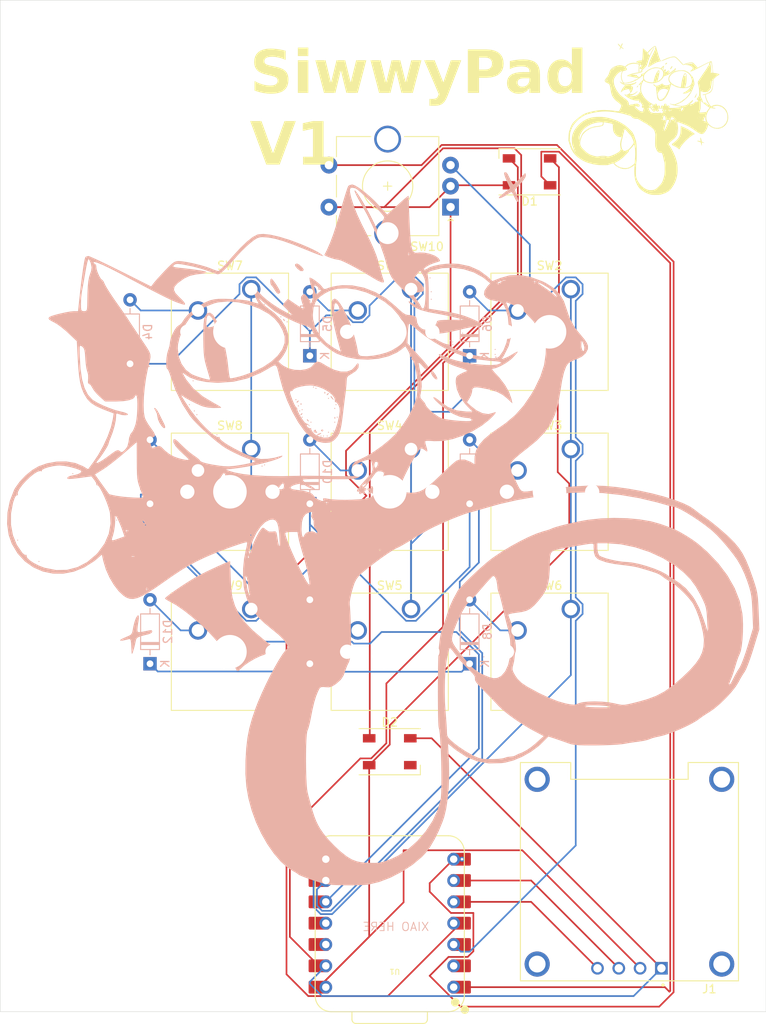
<source format=kicad_pcb>
(kicad_pcb (version 20240108) (generator "pcbnew") (generator_version "8.0")
  (layers (0 "F.Cu" signal) (31 "B.Cu" signal) (34 "B.Paste" user) (35 "F.Paste" user) (36 "B.SilkS" user "B.Silkscreen") (37 "F.SilkS" user "F.Silkscreen") (38 "B.Mask" user) (39 "F.Mask" user) (44 "Edge.Cuts" user))
  (net 0 "")
  (net 1 "Net-(D1-VDD)")
  (net 2 "GND")
  (net 3 "+5V")
  (net 4 "Net-(D1-VSS)")
  (net 6 "Net-(U1-GPIO2{slash}SCK)")
  (net 7 "Net-(U1-GPIO4{slash}MISO)")
  (net 8 "Net-(U1-GPIO1{slash}RX)")
  (net 11 "Net-(D5-A)")
  (net 12 "Net-(D6-A)")
  (net 13 "Net-(D7-A)")
  (net 14 "Net-(D10-A)")
  (net 15 "Net-(D9-A)")
  (net 16 "Net-(D8-A)")
  (net 17 "Net-(D10-K)")
  (net 19 "Net-(D12-K)")
  (net 20 "Net-(D4-K)")
  (net 21 "Net-(D4-A)")
  (net 22 "Net-(D11-A)")
  (net 23 "Net-(D12-A)")
  (net 24 "Net-(J1-Pin_3)")
  (net 25 "Net-(J1-Pin_4)")
  (net 26 "Net-(U1-GPIO0{slash}TX)")
  (net 27 "Net-(U1-GPIO29{slash}ADC3{slash}A3)")
  (net 28 "Net-(U1-GPIO28{slash}ADC2{slash}A2)")
  (footprint "Button_Switch_Keyboard:SW_Cherry_MX_1.00u_PCB" (layer "F.Cu") (at 166.84625 99.695)
    (property "Reference" "SW6" (at -2.54 -2.794 0) (layer "F.SilkS"))
    (property "Value" "SW_Push")
    (pad "" np_thru_hole circle (at -7.62 5.08) (size 1.7 1.7) (drill 1.7) (layers "*.Cu" "*.Mask"))
    (pad "" np_thru_hole circle (at -2.54 5.08) (size 4 4) (drill 4) (layers "*.Cu" "*.Mask"))
    (pad "" np_thru_hole circle (at 2.54 5.08) (size 1.7 1.7) (drill 1.7) (layers "*.Cu" "*.Mask"))
    (pad "1" thru_hole circle (at 0 0) (size 2.2 2.2) (drill 1.5) (layers "*.Cu" "*.Mask") (net 8 "Net-(U1-GPIO1{slash}RX)"))
    (pad "2" thru_hole circle (at -6.35 2.54) (size 2.2 2.2) (drill 1.5) (layers "*.Cu" "*.Mask") (net 16 "Net-(D8-A)"))
  )
  (footprint "LOGO" (layer "F.Cu") (at 176.2125 40.48125)
    (property "Reference" "G***" (at 0 0 0) (layer "F.SilkS") (effects (font (size 1.5 1.5) (thickness 0.3))))
    (property "Value" "LOGO" (hide yes))
  )
  (footprint "Button_Switch_Keyboard:SW_Cherry_MX_1.00u_PCB" (layer "F.Cu") (at 128.74625 61.595)
    (property "Reference" "SW7" (at -2.54 -2.794 0) (layer "F.SilkS"))
    (property "Value" "SW_Push")
    (pad "" np_thru_hole circle (at -7.62 5.08) (size 1.7 1.7) (drill 1.7) (layers "*.Cu" "*.Mask"))
    (pad "" np_thru_hole circle (at -2.54 5.08) (size 4 4) (drill 4) (layers "*.Cu" "*.Mask"))
    (pad "" np_thru_hole circle (at 2.54 5.08) (size 1.7 1.7) (drill 1.7) (layers "*.Cu" "*.Mask"))
    (pad "1" thru_hole circle (at 0 0) (size 2.2 2.2) (drill 1.5) (layers "*.Cu" "*.Mask") (net 7 "Net-(U1-GPIO4{slash}MISO)"))
    (pad "2" thru_hole circle (at -6.35 2.54) (size 2.2 2.2) (drill 1.5) (layers "*.Cu" "*.Mask") (net 21 "Net-(D4-A)"))
  )
  (footprint "Button_Switch_Keyboard:SW_Cherry_MX_1.00u_PCB" (layer "F.Cu") (at 166.84625 80.645)
    (property "Reference" "SW3" (at -2.54 -2.794 0) (layer "F.SilkS"))
    (property "Value" "SW_Push")
    (pad "" np_thru_hole circle (at -7.62 5.08) (size 1.7 1.7) (drill 1.7) (layers "*.Cu" "*.Mask"))
    (pad "" np_thru_hole circle (at -2.54 5.08) (size 4 4) (drill 4) (layers "*.Cu" "*.Mask"))
    (pad "" np_thru_hole circle (at 2.54 5.08) (size 1.7 1.7) (drill 1.7) (layers "*.Cu" "*.Mask"))
    (pad "1" thru_hole circle (at 0 0) (size 2.2 2.2) (drill 1.5) (layers "*.Cu" "*.Mask") (net 8 "Net-(U1-GPIO1{slash}RX)"))
    (pad "2" thru_hole circle (at -6.35 2.54) (size 2.2 2.2) (drill 1.5) (layers "*.Cu" "*.Mask") (net 13 "Net-(D7-A)"))
  )
  (footprint "Button_Switch_Keyboard:SW_Cherry_MX_1.00u_PCB" (layer "F.Cu") (at 128.74625 80.645)
    (property "Reference" "SW8" (at -2.54 -2.794 0) (layer "F.SilkS"))
    (property "Value" "SW_Push")
    (pad "" np_thru_hole circle (at -7.62 5.08) (size 1.7 1.7) (drill 1.7) (layers "*.Cu" "*.Mask"))
    (pad "" np_thru_hole circle (at -2.54 5.08) (size 4 4) (drill 4) (layers "*.Cu" "*.Mask"))
    (pad "" np_thru_hole circle (at 2.54 5.08) (size 1.7 1.7) (drill 1.7) (layers "*.Cu" "*.Mask"))
    (pad "1" thru_hole circle (at 0 0) (size 2.2 2.2) (drill 1.5) (layers "*.Cu" "*.Mask") (net 7 "Net-(U1-GPIO4{slash}MISO)"))
    (pad "2" thru_hole circle (at -6.35 2.54) (size 2.2 2.2) (drill 1.5) (layers "*.Cu" "*.Mask") (net 22 "Net-(D11-A)"))
  )
  (footprint "Button_Switch_Keyboard:SW_Cherry_MX_1.00u_PCB" (layer "F.Cu") (at 166.84625 61.595)
    (property "Reference" "SW2" (at -2.54 -2.794 0) (layer "F.SilkS"))
    (property "Value" "SW_Push")
    (pad "" np_thru_hole circle (at -7.62 5.08) (size 1.7 1.7) (drill 1.7) (layers "*.Cu" "*.Mask"))
    (pad "" np_thru_hole circle (at -2.54 5.08) (size 4 4) (drill 4) (layers "*.Cu" "*.Mask"))
    (pad "" np_thru_hole circle (at 2.54 5.08) (size 1.7 1.7) (drill 1.7) (layers "*.Cu" "*.Mask"))
    (pad "1" thru_hole circle (at 0 0) (size 2.2 2.2) (drill 1.5) (layers "*.Cu" "*.Mask") (net 8 "Net-(U1-GPIO1{slash}RX)"))
    (pad "2" thru_hole circle (at -6.35 2.54) (size 2.2 2.2) (drill 1.5) (layers "*.Cu" "*.Mask") (net 12 "Net-(D6-A)"))
  )
  (footprint "OLED:MODULE_DM-OLED096-636" (layer "F.Cu") (at 173.83125 130.96875 180)
    (property "Reference" "J1" (at -9.525 -13.97 180) (layer "F.SilkS"))
    (property "Value" "Conn_01x04_Pin")
    (pad "1" thru_hole rect (at -3.81 -11.5 180) (size 1.508 1.508) (drill 1) (layers "*.Cu" "*.Mask") (net 2 "GND"))
    (pad "2" thru_hole circle (at -1.27 -11.5 180) (size 1.508 1.508) (drill 1) (layers "*.Cu" "*.Mask") (net 3 "+5V"))
    (pad "3" thru_hole circle (at 1.27 -11.5 180) (size 1.508 1.508) (drill 1) (layers "*.Cu" "*.Mask") (net 24 "Net-(J1-Pin_3)"))
    (pad "4" thru_hole circle (at 3.81 -11.5 180) (size 1.508 1.508) (drill 1) (layers "*.Cu" "*.Mask") (net 25 "Net-(J1-Pin_4)"))
    (pad "S1" thru_hole circle (at -11 -11 180) (size 3 3) (drill 2) (layers "*.Cu" "*.Mask"))
    (pad "S2" thru_hole circle (at 11 -11 180) (size 3 3) (drill 2) (layers "*.Cu" "*.Mask"))
    (pad "S3" thru_hole circle (at 11 11 180) (size 3 3) (drill 2) (layers "*.Cu" "*.Mask"))
    (pad "S4" thru_hole circle (at -11 11 180) (size 3 3) (drill 2) (layers "*.Cu" "*.Mask"))
  )
  (footprint "Button_Switch_Keyboard:SW_Cherry_MX_1.00u_PCB" (layer "F.Cu") (at 128.74625 99.695)
    (property "Reference" "SW9" (at -2.54 -2.794 0) (layer "F.SilkS"))
    (property "Value" "SW_Push")
    (pad "" np_thru_hole circle (at -7.62 5.08) (size 1.7 1.7) (drill 1.7) (layers "*.Cu" "*.Mask"))
    (pad "" np_thru_hole circle (at -2.54 5.08) (size 4 4) (drill 4) (layers "*.Cu" "*.Mask"))
    (pad "" np_thru_hole circle (at 2.54 5.08) (size 1.7 1.7) (drill 1.7) (layers "*.Cu" "*.Mask"))
    (pad "1" thru_hole circle (at 0 0) (size 2.2 2.2) (drill 1.5) (layers "*.Cu" "*.Mask") (net 7 "Net-(U1-GPIO4{slash}MISO)"))
    (pad "2" thru_hole circle (at -6.35 2.54) (size 2.2 2.2) (drill 1.5) (layers "*.Cu" "*.Mask") (net 23 "Net-(D12-A)"))
  )
  (footprint "LED_SMD:LED_SK6812_PLCC4_5.0x5.0mm_P3.2mm" (layer "F.Cu") (at 161.925 47.625 180)
    (property "Reference" "D1" (at 0 -3.5 0) (layer "F.SilkS"))
    (property "Value" "SK6812" (hide yes))
    (pad "1" smd rect (at 2.45 1.6 180) (size 1.5 1) (layers "F.Cu" "F.Paste" "F.Mask") (net 4 "Net-(D1-VSS)"))
    (pad "2" smd rect (at 2.45 -1.6 180) (size 1.5 1) (layers "F.Cu" "F.Paste" "F.Mask") (net 2 "GND"))
    (pad "3" smd rect (at -2.45 -1.6 180) (size 1.5 1) (layers "F.Cu" "F.Paste" "F.Mask") (net 1 "Net-(D1-VDD)"))
    (pad "4" smd rect (at -2.45 1.6 180) (size 1.5 1) (layers "F.Cu" "F.Paste" "F.Mask") (net 3 "+5V"))
  )
  (footprint "Button_Switch_Keyboard:SW_Cherry_MX_1.00u_PCB" (layer "F.Cu") (at 147.79625 61.595)
    (property "Reference" "SW1" (at -2.54 -2.794 0) (layer "F.SilkS"))
    (property "Value" "SW_Push")
    (pad "" np_thru_hole circle (at -7.62 5.08) (size 1.7 1.7) (drill 1.7) (layers "*.Cu" "*.Mask"))
    (pad "" np_thru_hole circle (at -2.54 5.08) (size 4 4) (drill 4) (layers "*.Cu" "*.Mask"))
    (pad "" np_thru_hole circle (at 2.54 5.08) (size 1.7 1.7) (drill 1.7) (layers "*.Cu" "*.Mask"))
    (pad "1" thru_hole circle (at 0 0) (size 2.2 2.2) (drill 1.5) (layers "*.Cu" "*.Mask") (net 6 "Net-(U1-GPIO2{slash}SCK)"))
    (pad "2" thru_hole circle (at -6.35 2.54) (size 2.2 2.2) (drill 1.5) (layers "*.Cu" "*.Mask") (net 11 "Net-(D5-A)"))
  )
  (footprint "Seeed Studio XIAO Series Library:XIAO-RP2040-DIP" (layer "F.Cu") (at 145.25625 137.1 180)
    (property "Reference" "U1" (at -0.59375 -5.775 180) (layer "F.SilkS") (effects (font (size 0.635 0.635) (thickness 0.1016))))
    (property "Value" "XIAO-RP2040-DIP")
    (pad "1" smd roundrect (at -8.455 -7.62) (size 2.432 1.524) (layers "F.Cu" "F.Mask") (roundrect_rratio 0.1) (net 1 "Net-(D1-VDD)"))
    (pad "1" thru_hole circle (at -7.62 -7.62) (size 1.524 1.524) (drill 0.889) (layers "*.Cu" "*.Mask") (net 1 "Net-(D1-VDD)"))
    (pad "2" smd roundrect (at -8.455 -5.08) (size 2.432 1.524) (layers "F.Cu" "F.Mask") (roundrect_rratio 0.1))
    (pad "2" thru_hole circle (at -7.62 -5.08) (size 1.524 1.524) (drill 0.889) (layers "*.Cu" "*.Mask"))
    (pad "3" smd roundrect (at -8.455 -2.54) (size 2.432 1.524) (layers "F.Cu" "F.Mask") (roundrect_rratio 0.1) (net 28 "Net-(U1-GPIO28{slash}ADC2{slash}A2)"))
    (pad "3" thru_hole circle (at -7.62 -2.54) (size 1.524 1.524) (drill 0.889) (layers "*.Cu" "*.Mask") (net 28 "Net-(U1-GPIO28{slash}ADC2{slash}A2)"))
    (pad "4" smd roundrect (at -8.455 0) (size 2.432 1.524) (layers "F.Cu" "F.Mask") (roundrect_rratio 0.1) (net 27 "Net-(U1-GPIO29{slash}ADC3{slash}A3)"))
    (pad "4" thru_hole circle (at -7.62 0) (size 1.524 1.524) (drill 0.889) (layers "*.Cu" "*.Mask") (net 27 "Net-(U1-GPIO29{slash}ADC3{slash}A3)"))
    (pad "5" smd roundrect (at -8.455 2.54) (size 2.432 1.524) (layers "F.Cu" "F.Mask") (roundrect_rratio 0.1) (net 25 "Net-(J1-Pin_4)"))
    (pad "5" thru_hole circle (at -7.62 2.54) (size 1.524 1.524) (drill 0.889) (layers "*.Cu" "*.Mask") (net 25 "Net-(J1-Pin_4)"))
    (pad "6" smd roundrect (at -8.455 5.08) (size 2.432 1.524) (layers "F.Cu" "F.Mask") (roundrect_rratio 0.1) (net 24 "Net-(J1-Pin_3)"))
    (pad "6" thru_hole circle (at -7.62 5.08) (size 1.524 1.524) (drill 0.889) (layers "*.Cu" "*.Mask") (net 24 "Net-(J1-Pin_3)"))
    (pad "7" smd roundrect (at -8.455 7.62) (size 2.432 1.524) (layers "F.Cu" "F.Mask") (roundrect_rratio 0.1) (net 26 "Net-(U1-GPIO0{slash}TX)"))
    (pad "7" thru_hole circle (at -7.62 7.62) (size 1.524 1.524) (drill 0.889) (layers "*.Cu" "*.Mask") (net 26 "Net-(U1-GPIO0{slash}TX)"))
    (pad "8" thru_hole circle (at 7.62 7.62 180) (size 1.524 1.524) (drill 0.889) (layers "*.Cu" "*.Mask") (net 8 "Net-(U1-GPIO1{slash}RX)"))
    (pad "8" smd roundrect (at 8.455 7.62 180) (size 2.432 1.524) (layers "F.Cu" "F.Mask") (roundrect_rratio 0.1) (net 8 "Net-(U1-GPIO1{slash}RX)"))
    (pad "9" thru_hole circle (at 7.62 5.08 180) (size 1.524 1.524) (drill 0.889) (layers "*.Cu" "*.Mask") (net 6 "Net-(U1-GPIO2{slash}SCK)"))
    (pad "9" smd roundrect (at 8.455 5.08 180) (size 2.432 1.524) (layers "F.Cu" "F.Mask") (roundrect_rratio 0.1) (net 6 "Net-(U1-GPIO2{slash}SCK)"))
    (pad "10" thru_hole circle (at 7.62 2.54 180) (size 1.524 1.524) (drill 0.889) (layers "*.Cu" "*.Mask") (net 7 "Net-(U1-GPIO4{slash}MISO)"))
    (pad "10" smd roundrect (at 8.455 2.54 180) (size 2.432 1.524) (layers "F.Cu" "F.Mask") (roundrect_rratio 0.1) (net 7 "Net-(U1-GPIO4{slash}MISO)"))
    (pad "11" thru_hole circle (at 7.62 0 180) (size 1.524 1.524) (drill 0.889) (layers "*.Cu" "*.Mask"))
    (pad "11" smd roundrect (at 8.455 0 180) (size 2.432 1.524) (layers "F.Cu" "F.Mask") (roundrect_rratio 0.1))
    (pad "12" thru_hole circle (at 7.62 -2.54 180) (size 1.524 1.524) (drill 0.889) (layers "*.Cu" "*.Mask"))
    (pad "12" smd roundrect (at 8.455 -2.54 180) (size 2.432 1.524) (layers "F.Cu" "F.Mask") (roundrect_rratio 0.1))
    (pad "13" thru_hole circle (at 7.62 -5.08 180) (size 1.524 1.524) (drill 0.889) (layers "*.Cu" "*.Mask") (net 2 "GND"))
    (pad "13" smd roundrect (at 8.455 -5.08 180) (size 2.432 1.524) (layers "F.Cu" "F.Mask") (roundrect_rratio 0.1) (net 2 "GND"))
    (pad "14" thru_hole circle (at 7.62 -7.62 180) (size 1.524 1.524) (drill 0.889) (layers "*.Cu" "*.Mask") (net 3 "+5V"))
    (pad "14" smd roundrect (at 8.455 -7.62 180) (size 2.432 1.524) (layers "F.Cu" "F.Mask") (roundrect_rratio 0.1) (net 3 "+5V"))
  )
  (footprint "Button_Switch_Keyboard:SW_Cherry_MX_1.00u_PCB" (layer "F.Cu") (at 147.79625 80.645)
    (property "Reference" "SW4" (at -2.54 -2.794 0) (layer "F.SilkS"))
    (property "Value" "SW_Push")
    (pad "" np_thru_hole circle (at -7.62 5.08) (size 1.7 1.7) (drill 1.7) (layers "*.Cu" "*.Mask"))
    (pad "" np_thru_hole circle (at -2.54 5.08) (size 4 4) (drill 4) (layers "*.Cu" "*.Mask"))
    (pad "" np_thru_hole circle (at 2.54 5.08) (size 1.7 1.7) (drill 1.7) (layers "*.Cu" "*.Mask"))
    (pad "1" thru_hole circle (at 0 0) (size 2.2 2.2) (drill 1.5) (layers "*.Cu" "*.Mask") (net 6 "Net-(U1-GPIO2{slash}SCK)"))
    (pad "2" thru_hole circle (at -6.35 2.54) (size 2.2 2.2) (drill 1.5) (layers "*.Cu" "*.Mask") (net 14 "Net-(D10-A)"))
  )
  (footprint "LED_SMD:LED_SK6812_PLCC4_5.0x5.0mm_P3.2mm" (layer "F.Cu") (at 145.25625 116.68125)
    (property "Reference" "D2" (at 0 -3.5 0) (layer "F.SilkS"))
    (property "Value" "SK6812")
    (pad "1" smd rect (at 2.45 1.6) (size 1.5 1) (layers "F.Cu" "F.Paste" "F.Mask"))
    (pad "2" smd rect (at 2.45 -1.6) (size 1.5 1) (layers "F.Cu" "F.Paste" "F.Mask") (net 2 "GND"))
    (pad "3" smd rect (at -2.45 -1.6) (size 1.5 1) (layers "F.Cu" "F.Paste" "F.Mask") (net 4 "Net-(D1-VSS)"))
    (pad "4" smd rect (at -2.45 1.6) (size 1.5 1) (layers "F.Cu" "F.Paste" "F.Mask") (net 3 "+5V"))
  )
  (footprint "Rotary_Encoder:RotaryEncoder_Alps_EC11E-Switch_Vertical_H20mm_CircularMountingHoles" (layer "F.Cu") (at 152.50625 51.827354 180)
    (property "Reference" "SW10" (at 2.8 -4.7 0) (layer "F.SilkS"))
    (property "Value" "RotaryEncoder_Switch")
    (pad "A" thru_hole rect (at 0 0 180) (size 2 2) (drill 1) (layers "*.Cu" "*.Mask") (net 27 "Net-(U1-GPIO29{slash}ADC3{slash}A3)"))
    (pad "B" thru_hole circle (at 0 5 180) (size 2 2) (drill 1) (layers "*.Cu" "*.Mask") (net 28 "Net-(U1-GPIO28{slash}ADC2{slash}A2)"))
    (pad "C" thru_hole circle (at 0 2.5 180) (size 2 2) (drill 1) (layers "*.Cu" "*.Mask") (net 2 "GND"))
    (pad "MP" thru_hole circle (at 7.5 -3.1 180) (size 3.2 3.2) (drill 2.6) (layers "*.Cu" "*.Mask"))
    (pad "MP" thru_hole circle (at 7.5 8.1 180) (size 3.2 3.2) (drill 2.6) (layers "*.Cu" "*.Mask"))
    (pad "S1" thru_hole circle (at 14.5 5 180) (size 2 2) (drill 1) (layers "*.Cu" "*.Mask") (net 26 "Net-(U1-GPIO0{slash}TX)"))
    (pad "S2" thru_hole circle (at 14.5 0 180) (size 2 2) (drill 1) (layers "*.Cu" "*.Mask") (net 2 "GND"))
  )
  (footprint "Button_Switch_Keyboard:SW_Cherry_MX_1.00u_PCB" (layer "F.Cu") (at 147.79625 99.695)
    (property "Reference" "SW5" (at -2.54 -2.794 0) (layer "F.SilkS"))
    (property "Value" "SW_Push")
    (pad "" np_thru_hole circle (at -7.62 5.08) (size 1.7 1.7) (drill 1.7) (layers "*.Cu" "*.Mask"))
    (pad "" np_thru_hole circle (at -2.54 5.08) (size 4 4) (drill 4) (layers "*.Cu" "*.Mask"))
    (pad "" np_thru_hole circle (at 2.54 5.08) (size 1.7 1.7) (drill 1.7) (layers "*.Cu" "*.Mask"))
    (pad "1" thru_hole circle (at 0 0) (size 2.2 2.2) (drill 1.5) (layers "*.Cu" "*.Mask") (net 6 "Net-(U1-GPIO2{slash}SCK)"))
    (pad "2" thru_hole circle (at -6.35 2.54) (size 2.2 2.2) (drill 1.5) (layers "*.Cu" "*.Mask") (net 15 "Net-(D9-A)"))
  )
  (footprint "Diode_THT:D_DO-35_SOD27_P7.62mm_Horizontal" (layer "B.Cu") (at 154.78125 69.5325 90)
    (property "Reference" "D6" (at 3.81 2.12 90) (layer "B.SilkS") (effects (justify mirror)))
    (property "Value" "D")
    (fp_text user "K" (at 0 1.8 90) (layer "B.SilkS") (effects (justify mirror)))
    (pad "1" thru_hole rect (at 0 0 90) (size 1.6 1.6) (drill 0.8) (layers "*.Cu" "*.Mask") (net 20 "Net-(D4-K)"))
    (pad "2" thru_hole oval (at 7.62 0 90) (size 1.6 1.6) (drill 0.8) (layers "*.Cu" "*.Mask") (net 12 "Net-(D6-A)"))
  )
  (footprint "Diode_THT:D_DO-35_SOD27_P7.62mm_Horizontal" (layer "B.Cu") (at 116.68125 87.15375 90)
    (property "Reference" "D11" (at 3.81 2.12 90) (layer "B.SilkS") (effects (justify mirror)))
    (property "Value" "D")
    (fp_text user "K" (at 0 1.8 90) (layer "B.SilkS") (effects (justify mirror)))
    (pad "1" thru_hole rect (at 0 0 90) (size 1.6 1.6) (drill 0.8) (layers "*.Cu" "*.Mask") (net 17 "Net-(D10-K)"))
    (pad "2" thru_hole oval (at 7.62 0 90) (size 1.6 1.6) (drill 0.8) (layers "*.Cu" "*.Mask") (net 22 "Net-(D11-A)"))
  )
  (footprint "Diode_THT:D_DO-35_SOD27_P7.62mm_Horizontal" (layer "B.Cu") (at 135.73125 69.5325 90)
    (property "Reference" "D5" (at 3.81 2.12 90) (layer "B.SilkS") (effects (justify mirror)))
    (property "Value" "D")
    (fp_text user "K" (at 0 1.8 90) (layer "B.SilkS") (effects (justify mirror)))
    (pad "1" thru_hole rect (at 0 0 90) (size 1.6 1.6) (drill 0.8) (layers "*.Cu" "*.Mask") (net 20 "Net-(D4-K)"))
    (pad "2" thru_hole oval (at 7.62 0 90) (size 1.6 1.6) (drill 0.8) (layers "*.Cu" "*.Mask") (net 11 "Net-(D5-A)"))
  )
  (footprint "Diode_THT:D_DO-35_SOD27_P7.62mm_Horizontal" (layer "B.Cu") (at 135.73125 87.15375 90)
    (property "Reference" "D10" (at 3.81 2.12 90) (layer "B.SilkS") (effects (justify mirror)))
    (property "Value" "D")
    (fp_text user "K" (at 0 1.8 90) (layer "B.SilkS") (effects (justify mirror)))
    (pad "1" thru_hole rect (at 0 0 90) (size 1.6 1.6) (drill 0.8) (layers "*.Cu" "*.Mask") (net 17 "Net-(D10-K)"))
    (pad "2" thru_hole oval (at 7.62 0 90) (size 1.6 1.6) (drill 0.8) (layers "*.Cu" "*.Mask") (net 14 "Net-(D10-A)"))
  )
  (footprint "LOGO" (layer "B.Cu") (at 143.855908 86.03284 180)
    (property "Reference" "G***" (at 0 0 0) (layer "B.SilkS") (effects (font (size 1.5 1.5) (thickness 0.3)) (justify mirror)))
    (property "Value" "LOGO" (hide yes))
  )
  (footprint "Diode_THT:D_DO-35_SOD27_P7.62mm_Horizontal" (layer "B.Cu") (at 135.73125 106.20375 90)
    (property "Reference" "D9" (at 3.81 2.12 90) (layer "B.SilkS") (effects (justify mirror)))
    (property "Value" "D")
    (fp_text user "K" (at 0 1.8 90) (layer "B.SilkS") (effects (justify mirror)))
    (pad "1" thru_hole rect (at 0 0 90) (size 1.6 1.6) (drill 0.8) (layers "*.Cu" "*.Mask") (net 19 "Net-(D12-K)"))
    (pad "2" thru_hole oval (at 7.62 0 90) (size 1.6 1.6) (drill 0.8) (layers "*.Cu" "*.Mask") (net 15 "Net-(D9-A)"))
  )
  (footprint "Diode_THT:D_DO-35_SOD27_P7.62mm_Horizontal" (layer "B.Cu") (at 114.3 70.485 90)
    (property "Reference" "D4" (at 3.81 2.12 90) (layer "B.SilkS") (effects (justify mirror)))
    (property "Value" "D")
    (fp_text user "K" (at 0 1.8 90) (layer "B.SilkS") (effects (justify mirror)))
    (pad "1" thru_hole rect (at 0 0 90) (size 1.6 1.6) (drill 0.8) (layers "*.Cu" "*.Mask") (net 20 "Net-(D4-K)"))
    (pad "2" thru_hole oval (at 7.62 0 90) (size 1.6 1.6) (drill 0.8) (layers "*.Cu" "*.Mask") (net 21 "Net-(D4-A)"))
  )
  (footprint "Diode_THT:D_DO-35_SOD27_P7.62mm_Horizontal" (layer "B.Cu") (at 154.78125 87.15375 90)
    (property "Reference" "D7" (at 3.81 2.12 90) (layer "B.SilkS") (effects (justify mirror)))
    (property "Value" "D")
    (fp_text user "K" (at 0 1.8 90) (layer "B.SilkS") (effects (justify mirror)))
    (pad "1" thru_hole rect (at 0 0 90) (size 1.6 1.6) (drill 0.8) (layers "*.Cu" "*.Mask") (net 17 "Net-(D10-K)"))
    (pad "2" thru_hole oval (at 7.62 0 90) (size 1.6 1.6) (drill 0.8) (layers "*.Cu" "*.Mask") (net 13 "Net-(D7-A)"))
  )
  (footprint "Diode_THT:D_DO-35_SOD27_P7.62mm_Horizontal" (layer "B.Cu") (at 116.68125 106.20375 90)
    (property "Reference" "D12" (at 3.81 2.12 90) (layer "B.SilkS") (effects (justify mirror)))
    (property "Value" "D")
    (fp_text user "K" (at 0 1.8 90) (layer "B.SilkS") (effects (justify mirror)))
    (pad "1" thru_hole rect (at 0 0 90) (size 1.6 1.6) (drill 0.8) (layers "*.Cu" "*.Mask") (net 19 "Net-(D12-K)"))
    (pad "2" thru_hole oval (at 7.62 0 90) (size 1.6 1.6) (drill 0.8) (layers "*.Cu" "*.Mask") (net 23 "Net-(D12-A)"))
  )
  (footprint "Diode_THT:D_DO-35_SOD27_P7.62mm_Horizontal" (layer "B.Cu") (at 154.78125 106.20375 90)
    (property "Reference" "D8" (at 3.81 2.12 90) (layer "B.SilkS") (effects (justify mirror)))
    (property "Value" "D")
    (fp_text user "K" (at 0 1.8 90) (layer "B.SilkS") (effects (justify mirror)))
    (pad "1" thru_hole rect (at 0 0 90) (size 1.6 1.6) (drill 0.8) (layers "*.Cu" "*.Mask") (net 19 "Net-(D12-K)"))
    (pad "2" thru_hole oval (at 7.62 0 90) (size 1.6 1.6) (drill 0.8) (layers "*.Cu" "*.Mask") (net 16 "Net-(D8-A)"))
  )
  (gr_rect (start 98.821875 27.1875) (end 190.109375 147.6375) (stroke (width 0.05)) (fill none) (layer "Edge.Cuts"))
  (gr_text "XIAO HERE\n" (at 150.01875 138.1125 0) (layer "B.SilkS") (effects (font (size 1 1) (thickness 0.1)) (justify left bottom mirror)))
  (gr_text "SiwwyPad\nV1" (at 128.5875 47.625 0) (layer "F.SilkS") (effects (font (size 5.08 5.08) (thickness 0.2) (bold yes)) (justify left bottom)))
  (segment (start 165.425 45.225) (end 178.69525 58.49525) (width 0.2) (layer "F.Cu") (net 1))
  (segment (start 163.325 45.225) (end 165.425 45.225) (width 0.2) (layer "F.Cu") (net 1))
  (segment (start 164.375 49.225) (end 163.325 48.175) (width 0.2) (layer "F.Cu") (net 1))
  (segment (start 178.69525 58.49525) (end 178.69525 145.15475) (width 0.2) (layer "F.Cu") (net 1))
  (segment (start 163.325 48.175) (end 163.325 45.225) (width 0.2) (layer "F.Cu") (net 1))
  (segment (start 178.0575 144.72) (end 153.71125 144.72) (width 0.2) (layer "F.Cu") (net 1))
  (segment (start 178.69525 145.15475) (end 178.59375 145.25625) (width 0.2) (layer "F.Cu") (net 1))
  (segment (start 178.59375 145.25625) (end 178.0575 144.72) (width 0.2) (layer "F.Cu") (net 1))
  (segment (start 138.00625 51.827354) (end 144.610958 51.827354) (width 0.2) (layer "F.Cu") (net 2))
  (segment (start 150.00625 51.827354) (end 138.00625 51.827354) (width 0.2) (layer "F.Cu") (net 2))
  (segment (start 141.75625 117.48125) (end 133.35 125.8875) (width 0.2) (layer "F.Cu") (net 2))
  (segment (start 144.85625 115.665564) (end 143.040564 117.48125) (width 0.2) (layer "F.Cu") (net 2))
  (segment (start 147.70625 115.08125) (end 150.25375 115.08125) (width 0.2) (layer "F.Cu") (net 2))
  (segment (start 152.50625 49.327354) (end 150.00625 51.827354) (width 0.2) (layer "F.Cu") (net 2))
  (segment (start 151.613312 101.800882) (end 144.85625 108.557944) (width 0.2) (layer "F.Cu") (net 2))
  (segment (start 151.613312 44.825) (end 160.125 44.825) (width 0.2) (layer "F.Cu") (net 2))
  (segment (start 150.25375 115.08125) (end 177.64125 142.46875) (width 0.2) (layer "F.Cu") (net 2))
  (segment (start 152.608604 49.225) (end 152.50625 49.327354) (width 0.2) (layer "F.Cu") (net 2))
  (segment (start 133.35 125.8875) (end 133.35 138.72875) (width 0.2) (layer "F.Cu") (net 2))
  (segment (start 159.475 49.225) (end 152.608604 49.225) (width 0.2) (layer "F.Cu") (net 2))
  (segment (start 144.85625 108.557944) (end 144.85625 115.665564) (width 0.2) (layer "F.Cu") (net 2))
  (segment (start 133.35 138.72875) (end 136.80125 142.18) (width 0.2) (layer "F.Cu") (net 2))
  (segment (start 160.125 44.825) (end 160.925 45.625) (width 0.2) (layer "F.Cu") (net 2))
  (segment (start 160.925 61.096936) (end 151.613312 70.408624) (width 0.2) (layer "F.Cu") (net 2))
  (segment (start 160.925 45.625) (end 160.925 61.096936) (width 0.2) (layer "F.Cu") (net 2))
  (segment (start 144.610958 51.827354) (end 151.613312 44.825) (width 0.2) (layer "F.Cu") (net 2))
  (segment (start 151.613312 70.408624) (end 151.613312 101.800882) (width 0.2) (layer "F.Cu") (net 2))
  (segment (start 143.040564 117.48125) (end 141.75625 117.48125) (width 0.2) (layer "F.Cu") (net 2))
  (segment (start 177.64125 142.46875) (end 174.328 145.782) (width 0.2) (layer "B.Cu") (net 2))
  (segment (start 174.328 145.782) (end 137.196355 145.782) (width 0.2) (layer "B.Cu") (net 2))
  (segment (start 135.73125 144.085) (end 137.63625 142.18) (width 0.2) (layer "B.Cu") (net 2))
  (segment (start 135.73125 144.316895) (end 135.73125 144.085) (width 0.2) (layer "B.Cu") (net 2))
  (segment (start 137.196355 145.782) (end 135.73125 144.316895) (width 0.2) (layer "B.Cu") (net 2))
  (segment (start 145.25625 115.83125) (end 142.80625 118.28125) (width 0.2) (layer "F.Cu") (net 3))
  (segment (start 142.80625 118.28125) (end 142.80625 138.715) (width 0.2) (layer "F.Cu") (net 3))
  (segment (start 166.65625 84.751598) (end 166.65625 92.12875) (width 0.2) (layer "F.Cu") (net 3))
  (segment (start 165.279652 69.025) (end 165.279652 83.375) (width 0.2) (layer "F.Cu") (net 3))
  (segment (start 145.25625 113.52875) (end 145.25625 115.83125) (width 0.2) (layer "F.Cu") (net 3))
  (segment (start 165.279652 83.375) (end 166.65625 84.751598) (width 0.2) (layer "F.Cu") (net 3))
  (segment (start 164.375 46.025) (end 165.425 47.075) (width 0.2) (layer "F.Cu") (net 3))
  (segment (start 146.908114 128.418) (end 146.908114 134.613136) (width 0.2) (layer "F.Cu") (net 3))
  (segment (start 165.425 64.470348) (end 166.65625 65.701598) (width 0.2) (layer "F.Cu") (net 3))
  (segment (start 175.10125 142.46875) (end 161.0505 128.418) (width 0.2) (layer "F.Cu") (net 3))
  (segment (start 166.65625 92.12875) (end 145.25625 113.52875) (width 0.2) (layer "F.Cu") (net 3))
  (segment (start 166.65625 65.701598) (end 166.65625 67.648402) (width 0.2) (layer "F.Cu") (net 3))
  (segment (start 161.0505 128.418) (end 146.908114 128.418) (width 0.2) (layer "F.Cu") (net 3))
  (segment (start 142.80625 138.715) (end 136.80125 144.72) (width 0.2) (layer "F.Cu") (net 3))
  (segment (start 146.908114 134.613136) (end 136.80125 144.72) (width 0.2) (layer "F.Cu") (net 3))
  (segment (start 165.425 47.075) (end 165.425 64.470348) (width 0.2) (layer "F.Cu") (net 3))
  (segment (start 166.65625 67.648402) (end 165.279652 69.025) (width 0.2) (layer "F.Cu") (net 3))
  (segment (start 160.525 47.075) (end 160.525 60.93125) (width 0.2) (layer "F.Cu") (net 4))
  (segment (start 142.875 78.58125) (end 142.875 115.0125) (width 0.2) (layer "F.Cu") (net 4))
  (segment (start 160.525 60.93125) (end 142.875 78.58125) (width 0.2) (layer "F.Cu") (net 4))
  (segment (start 159.475 46.025) (end 160.525 47.075) (width 0.2) (layer "F.Cu") (net 4))
  (segment (start 142.875 115.0125) (end 142.80625 115.08125) (width 0.2) (layer "F.Cu") (net 4))
  (segment (start 155.88125 94.155585) (end 153.6025 96.434335) (width 0.2) (layer "B.Cu") (net 6))
  (segment (start 136.57425 134.999895) (end 136.57425 133.082) (width 0.2) (layer "B.Cu") (net 6))
  (segment (start 147.79625 99.695) (end 147.79625 80.645) (width 0.2) (layer "B.Cu") (net 6))
  (segment (start 147.79625 61.595) (end 147.79625 99.695) (width 0.2) (layer "B.Cu") (net 6))
  (segment (start 153.6025 96.434335) (end 153.6025 102.259315) (width 0.2) (layer "B.Cu") (net 6))
  (segment (start 147.79625 99.695) (end 147.79625 91.93875) (width 0.2) (layer "B.Cu") (net 6))
  (segment (start 147.79625 91.93875) (end 153.68125 86.05375) (width 0.2) (layer "B.Cu") (net 6))
  (segment (start 156.28125 117.5625) (end 138.22175 135.622) (width 0.2) (layer "B.Cu") (net 6))
  (segment (start 155.88125 86.05375) (end 155.88125 94.155585) (width 0.2) (layer "B.Cu") (net 6))
  (segment (start 147.79625 61.595) (end 147.79625 80.645) (width 0.2) (layer "B.Cu") (net 6))
  (segment (start 136.57425 133.082) (end 137.63625 132.02) (width 0.2) (layer "B.Cu") (net 6))
  (segment (start 153.6025 102.259315) (end 156.28125 104.938064) (width 0.2) (layer "B.Cu") (net 6))
  (segment (start 138.22175 135.622) (end 137.196355 135.622) (width 0.2) (layer "B.Cu") (net 6))
  (segment (start 153.68125 86.05375) (end 155.88125 86.05375) (width 0.2) (layer "B.Cu") (net 6))
  (segment (start 156.28125 104.938064) (end 156.28125 117.5625) (width 0.2) (layer "B.Cu") (net 6))
  (segment (start 137.196355 135.622) (end 136.57425 134.999895) (width 0.2) (layer "B.Cu") (net 6))
  (segment (start 140.732848 103.575) (end 140.959446 103.801598) (width 0.2) (layer "B.Cu") (net 7))
  (segment (start 128.74625 99.695) (end 128.74625 80.645) (width 0.2) (layer "B.Cu") (net 7))
  (segment (start 140.959446 103.801598) (end 142.90625 103.801598) (width 0.2) (layer "B.Cu") (net 7))
  (segment (start 142.90625 103.801598) (end 144.282848 102.425) (width 0.2) (layer "B.Cu") (net 7))
  (segment (start 144.282848 102.425) (end 153.2025 102.425) (width 0.2) (layer "B.Cu") (net 7))
  (segment (start 128.74625 97.01875) (end 117.78125 86.05375) (width 0.2) (layer "B.Cu") (net 7))
  (segment (start 117.78125 86.05375) (end 115.58125 86.05375) (width 0.2) (layer "B.Cu") (net 7))
  (segment (start 155.88125 116.315) (end 137.63625 134.56) (width 0.2) (layer "B.Cu") (net 7))
  (segment (start 153.2025 102.425) (end 155.88125 105.10375) (width 0.2) (layer "B.Cu") (net 7))
  (segment (start 128.74625 99.695) (end 128.74625 97.01875) (width 0.2) (layer "B.Cu") (net 7))
  (segment (start 115.58125 86.05375) (end 115.58125 89.075584) (width 0.2) (layer "B.Cu") (net 7))
  (segment (start 128.74625 61.595) (end 128.74625 80.645) (width 0.2) (layer "B.Cu") (net 7))
  (segment (start 115.58125 89.075584) (end 130.080666 103.575) (width 0.2) (layer "B.Cu") (net 7))
  (segment (start 130.080666 103.575) (end 140.732848 103.575) (width 0.2) (layer "B.Cu") (net 7))
  (segment (start 155.88125 105.10375) (end 155.88125 116.315) (width 0.2) (layer "B.Cu") (net 7))
  (segment (start 138.387436 136.022) (end 137.030669 136.022) (width 0.2) (layer "B.Cu") (net 8))
  (segment (start 166.84625 80.645) (end 166.84625 99.695) (width 0.2) (layer "B.Cu") (net 8))
  (segment (start 136.17425 135.165581) (end 136.17425 130.942) (width 0.2) (layer "B.Cu") (net 8))
  (segment (start 166.84625 61.595) (end 166.84625 80.645) (width 0.2) (layer "B.Cu") (net 8))
  (segment (start 166.84625 99.695) (end 166.84625 107.563186) (width 0.2) (layer "B.Cu") (net 8))
  (segment (start 136.17425 130.942) (end 137.63625 129.48) (width 0.2) (layer "B.Cu") (net 8))
  (segment (start 137.030669 136.022) (end 136.17425 135.165581) (width 0.2) (layer "B.Cu") (net 8))
  (segment (start 166.84625 107.563186) (end 138.387436 136.022) (width 0.2) (layer "B.Cu") (net 8))
  (segment (start 141.44625 64.135) (end 137.95375 64.135) (width 0.2) (layer "B.Cu") (net 11))
  (segment (start 137.95375 64.135) (end 135.73125 61.9125) (width 0.2) (layer "B.Cu") (net 11))
  (segment (start 157.00375 64.135) (end 154.78125 61.9125) (width 0.2) (layer "B.Cu") (net 12))
  (segment (start 160.49625 64.135) (end 157.00375 64.135) (width 0.2) (layer "B.Cu") (net 12))
  (segment (start 158.4325 83.185) (end 154.78125 79.53375) (width 0.2) (layer "B.Cu") (net 13))
  (segment (start 160.49625 83.185) (end 158.4325 83.185) (width 0.2) (layer "B.Cu") (net 13))
  (segment (start 139.3825 83.185) (end 135.73125 79.53375) (width 0.2) (layer "B.Cu") (net 14))
  (segment (start 141.44625 83.185) (end 139.3825 83.185) (width 0.2) (layer "B.Cu") (net 14))
  (segment (start 139.3825 102.235) (end 135.73125 98.58375) (width 0.2) (layer "B.Cu") (net 15))
  (segment (start 141.44625 102.235) (end 139.3825 102.235) (width 0.2) (layer "B.Cu") (net 15))
  (segment (start 160.49625 102.235) (end 158.4325 102.235) (width 0.2) (layer "B.Cu") (net 16))
  (segment (start 158.4325 102.235) (end 154.78125 98.58375) (width 0.2) (layer "B.Cu") (net 16))
  (segment (start 135.73125 87.15375) (end 135.73125 94.689899) (width 0.2) (layer "B.Cu") (net 17))
  (segment (start 154.78125 87.15375) (end 154.78125 94.689899) (width 0.2) (layer "B.Cu") (net 17))
  (segment (start 135.73125 89.609899) (end 135.73125 87.15375) (width 0.2) (layer "B.Cu") (net 17))
  (segment (start 135.73125 94.689899) (end 129.326149 101.095) (width 0.2) (layer "B.Cu") (net 17))
  (segment (start 148.376149 101.095) (end 147.216351 101.095) (width 0.2) (layer "B.Cu") (net 17))
  (segment (start 129.326149 101.095) (end 128.166351 101.095) (width 0.2) (layer "B.Cu") (net 17))
  (segment (start 154.78125 94.689899) (end 148.376149 101.095) (width 0.2) (layer "B.Cu") (net 17))
  (segment (start 147.216351 101.095) (end 135.73125 89.609899) (width 0.2) (layer "B.Cu") (net 17))
  (segment (start 116.68125 89.609899) (end 116.68125 87.15375) (width 0.2) (layer "B.Cu") (net 17))
  (segment (start 128.166351 101.095) (end 116.68125 89.609899) (width 0.2) (layer "B.Cu") (net 17))
  (segment (start 134.81 107.125) (end 117.6025 107.125) (width 0.2) (layer "B.Cu") (net 19))
  (segment (start 154.78125 106.20375) (end 153.82875 107.15625) (width 0.2) (layer "B.Cu") (net 19))
  (segment (start 117.6025 107.125) (end 116.68125 106.20375) (width 0.2) (layer "B.Cu") (net 19))
  (segment (start 136.68375 107.15625) (end 135.73125 106.20375) (width 0.2) (layer "B.Cu") (net 19))
  (segment (start 135.73125 106.20375) (end 134.81 107.125) (width 0.2) (layer "B.Cu") (net 19))
  (segment (start 153.82875 107.15625) (end 136.68375 107.15625) (width 0.2) (layer "B.Cu") (net 19))
  (segment (start 148.19625 63.174899) (end 149.19625 62.174899) (width 0.2) (layer "B.Cu") (net 20))
  (segment (start 148.19625 76.2) (end 148.19625 63.174899) (width 0.2) (layer "B.Cu") (net 20))
  (segment (start 135.73125 66.600101) (end 129.326149 60.195) (width 0.2) (layer "B.Cu") (net 20))
  (segment (start 129.326149 60.195) (end 128.166351 60.195) (width 0.2) (layer "B.Cu") (net 20))
  (segment (start 140.04625 64.714899) (end 137.691351 64.714899) (width 0.2) (layer "B.Cu") (net 20))
  (segment (start 119.036149 70.485) (end 114.3 70.485) (width 0.2) (layer "B.Cu") (net 20))
  (segment (start 135.73125 66.675) (end 135.73125 69.5325) (width 0.2) (layer "B.Cu") (net 20))
  (segment (start 149.19625 62.174899) (end 149.19625 61.015101) (width 0.2) (layer "B.Cu") (net 20))
  (segment (start 154.78125 69.5325) (end 154.78125 73.81875) (width 0.2) (layer "B.Cu") (net 20))
  (segment (start 128.166351 60.195) (end 127.34625 61.015101) (width 0.2) (layer "B.Cu") (net 20))
  (segment (start 140.866351 65.535) (end 140.04625 64.714899) (width 0.2) (layer "B.Cu") (net 20))
  (segment (start 142.84625 63.555101) (end 142.84625 64.714899) (width 0.2) (layer "B.Cu") (net 20))
  (segment (start 137.691351 64.714899) (end 135.73125 66.675) (width 0.2) (layer "B.Cu") (net 20))
  (segment (start 149.19625 61.015101) (end 148.376149 60.195) (width 0.2) (layer "B.Cu") (net 20))
  (segment (start 142.026149 65.535) (end 140.866351 65.535) (width 0.2) (layer "B.Cu") (net 20))
  (segment (start 148.376149 60.195) (end 146.206351 60.195) (width 0.2) (layer "B.Cu") (net 20))
  (segment (start 127.34625 62.174899) (end 119.036149 70.485) (width 0.2) (layer "B.Cu") (net 20))
  (segment (start 127.34625 61.015101) (end 127.34625 62.174899) (width 0.2) (layer "B.Cu") (net 20))
  (segment (start 146.206351 60.195) (end 142.84625 63.555101) (width 0.2) (layer "B.Cu") (net 20))
  (segment (start 154.78125 73.81875) (end 152.4 76.2) (width 0.2) (layer "B.Cu") (net 20))
  (segment (start 135.73125 69.5325) (end 135.73125 66.600101) (width 0.2) (layer "B.Cu") (net 20))
  (segment (start 142.84625 64.714899) (end 142.026149 65.535) (width 0.2) (layer "B.Cu") (net 20))
  (segment (start 152.4 76.2) (end 148.19625 76.2) (width 0.2) (layer "B.Cu") (net 20))
  (segment (start 115.57 64.135) (end 114.3 62.865) (width 0.2) (layer "B.Cu") (net 21))
  (segment (start 122.39625 64.135) (end 115.57 64.135) (width 0.2) (layer "B.Cu") (net 21))
  (segment (start 120.3325 83.185) (end 116.68125 79.53375) (width 0.2) (layer "B.Cu") (net 22))
  (segment (start 122.39625 83.185) (end 120.3325 83.185) (width 0.2) (layer "B.Cu") (net 22))
  (segment (start 120.3325 102.235) (end 116.68125 98.58375) (width 0.2) (layer "B.Cu") (net 23))
  (segment (start 122.39625 102.235) (end 120.3325 102.235) (width 0.2) (layer "B.Cu") (net 23))
  (segment (start 172.56125 142.46875) (end 162.1125 132.02) (width 0.2) (layer "F.Cu") (net 24))
  (segment (start 162.1125 132.02) (end 152.87625 132.02) (width 0.2) (layer "F.Cu") (net 24))
  (segment (start 162.1125 134.56) (end 152.87625 134.56) (width 0.2) (layer "F.Cu") (net 25))
  (segment (start 170.02125 142.46875) (end 162.1125 134.56) (width 0.2) (layer "F.Cu") (net 25))
  (segment (start 153.87075 129.48) (end 153.692267 129.48) (width 0.2) (layer "F.Cu") (net 26))
  (segment (start 179.09525 145.320436) (end 179.09525 58.329564) (width 0.2) (layer "F.Cu") (net 26))
  (segment (start 150.01875 133.35) (end 152.551536 135.882786) (width 0.2) (layer "F.Cu") (net 26))
  (segment (start 155.22725 135.882786) (end 155.22725 140.441214) (width 0.2) (layer "F.Cu") (net 26))
  (segment (start 179.09525 58.329564) (end 165.190686 44.425) (width 0.2) (layer "F.Cu") (net 26))
  (segment (start 154.550464 141.118) (end 152.265145 141.118) (width 0.2) (layer "F.Cu") (net 26))
  (segment (start 165.190686 44.425) (end 151.447626 44.425) (width 0.2) (layer "F.Cu") (net 26))
  (segment (start 150.01875 132.3375) (end 152.87625 129.48) (width 0.2) (layer "F.Cu") (net 26))
  (segment (start 152.551536 135.882786) (end 155.22725 135.882786) (width 0.2) (layer "F.Cu") (net 26))
  (segment (start 149.045272 46.827354) (end 138.00625 46.827354) (width 0.2) (layer "F.Cu") (net 26))
  (segment (start 151.447626 44.425) (end 149.045272 46.827354) (width 0.2) (layer "F.Cu") (net 26))
  (segment (start 153.691855 147.0375) (end 177.378186 147.0375) (width 0.2) (layer "F.Cu") (net 26))
  (segment (start 177.378186 147.0375) (end 179.09525 145.320436) (width 0.2) (layer "F.Cu") (net 26))
  (segment (start 152.265145 141.118) (end 150.01875 143.364395) (width 0.2) (layer "F.Cu") (net 26))
  (segment (start 150.01875 133.35) (end 150.01875 132.3375) (width 0.2) (layer "F.Cu") (net 26))
  (segment (start 150.01875 143.364395) (end 153.691855 147.0375) (width 0.2) (layer "F.Cu") (net 26))
  (segment (start 155.22725 140.441214) (end 154.550464 141.118) (width 0.2) (layer "F.Cu") (net 26))
  (via (at 153.87075 129.48) (size 0.6) (drill 0.3) (layers "F.Cu" "B.Cu") (net 26))
  (segment (start 152.50625 68.384314) (end 140.04625 80.844314) (width 0.2) (layer "F.Cu") (net 27))
  (segment (start 135.546036 145.782) (end 145.02925 145.782) (width 0.2) (layer "F.Cu") (net 27))
  (segment (start 140.04625 80.844314) (end 140.04625 83.764899) (width 0.2) (layer "F.Cu") (net 27))
  (segment (start 140.04625 83.764899) (end 142.475 86.193649) (width 0.2) (layer "F.Cu") (net 27))
  (segment (start 152.50625 51.827354) (end 152.50625 68.384314) (width 0.2) (layer "F.Cu") (net 27))
  (segment (start 132.95 143.185964) (end 135.546036 145.782) (width 0.2) (layer "F.Cu") (net 27))
  (segment (start 132.95 95.718649) (end 132.95 143.185964) (width 0.2) (layer "F.Cu") (net 27))
  (segment (start 145.02925 145.782) (end 153.71125 137.1) (width 0.2) (layer "F.Cu") (net 27))
  (segment (start 142.475 86.193649) (end 132.95 95.718649) (width 0.2) (layer "F.Cu") (net 27))
  (segment (start 161.95625 64.505101) (end 166.266351 60.195) (width 0.2) (layer "B.Cu") (net 28))
  (segment (start 161.95625 56.277354) (end 161.95625 64.505101) (width 0.2) (layer "B.Cu") (net 28))
  (segment (start 167.426149 127.848851) (end 154.78125 140.49375) (width 0.2) (layer "B.Cu") (net 28))
  (segment (start 168.24625 62.174899) (end 167.426149 62.995) (width 0.2) (layer "B.Cu") (net 28))
  (segment (start 168.24625 61.015101) (end 168.24625 62.174899) (width 0.2) (layer "B.Cu") (net 28))
  (segment (start 168.24625 99.115101) (end 168.24625 100.274899) (width 0.2) (layer "B.Cu") (net 28))
  (segment (start 168.24625 100.274899) (end 167.426149 101.095) (width 0.2) (layer "B.Cu") (net 28))
  (segment (start 167.426149 62.995) (end 167.426149 79.245) (width 0.2) (layer "B.Cu") (net 28))
  (segment (start 167.426149 60.195) (end 168.24625 61.015101) (width 0.2) (layer "B.Cu") (net 28))
  (segment (start 168.24625 80.065101) (end 168.24625 81.224899) (width 0.2) (layer "B.Cu") (net 28))
  (segment (start 168.24625 81.224899) (end 167.426149 82.045) (width 0.2) (layer "B.Cu") (net 28))
  (segment (start 153.73 140.49375) (end 152.87625 139.64) (width 0.2) (layer "B.Cu") (net 28))
  (segment (start 152.50625 46.827354) (end 161.95625 56.277354) (width 0.2) (layer "B.Cu") (net 28))
  (segment (start 154.78125 140.49375) (end 153.73 140.49375) (width 0.2) (layer "B.Cu") (net 28))
  (segment (start 167.426149 82.045) (end 167.426149 98.295) (width 0.2) (layer "B.Cu") (net 28))
  (segment (start 166.266351 60.195) (end 167.426149 60.195) (width 0.2) (layer "B.Cu") (net 28))
  (segment (start 167.426149 101.095) (end 167.426149 127.848851) (width 0.2) (layer "B.Cu") (net 28))
  (segment (start 167.426149 98.295) (end 168.24625 99.115101) (width 0.2) (layer "B.Cu") (net 28))
  (segment (start 167.426149 79.245) (end 168.24625 80.065101) (width 0.2) (layer "B.Cu") (net 28))
)
</source>
